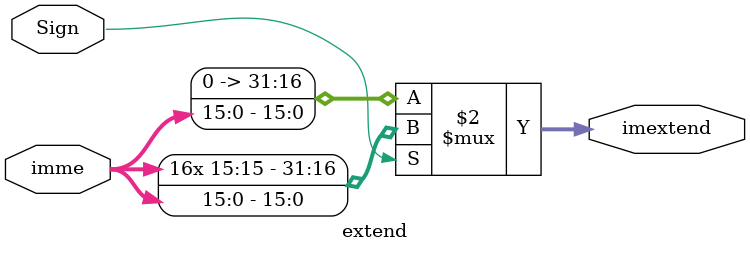
<source format=v>
`timescale 1ns / 1ps


module extend(
    input [15:0] imme,input Sign,
    output [31:0]imextend
     );
     
    assign imextend = (Sign==1) ?  {{16{imme[15]}},imme}:{16'b0000000000000000,imme} ;
endmodule

</source>
